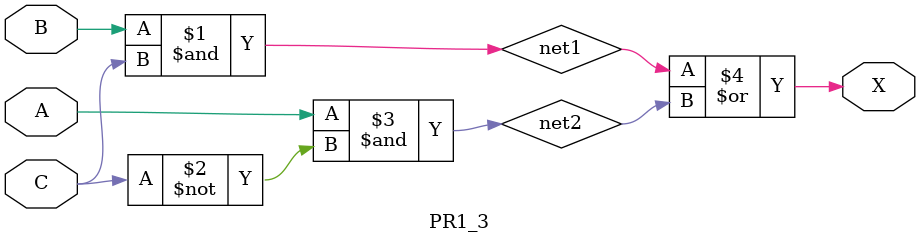
<source format=v>
`timescale 1ns / 1ps

module PR1_3(
    input A,
    input B,
    input C,
    output X
    );

wire net1, net2;

and And_1(net1, B, C);
and And_2(net2, A, ~C);
or  Or_1(X, net1, net2);

endmodule

</source>
